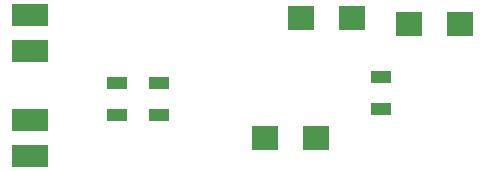
<source format=gbp>
%FSTAX23Y23*%
%MOIN*%
%SFA1B1*%

%IPPOS*%
%ADD31R,0.089764X0.083464*%
%ADD32R,0.120000X0.075000*%
%ADD33R,0.066929X0.043307*%
%LNpcb1-1*%
%LPD*%
G54D31*
X01814Y0053D03*
X01985D03*
X01625Y0055D03*
X01454D03*
X01505Y0015D03*
X01334D03*
G54D32*
X0055Y0021D03*
Y0009D03*
X0055Y0044D03*
Y0056D03*
G54D33*
X0172Y00246D03*
Y00353D03*
X0084Y00333D03*
Y00226D03*
X0098Y00333D03*
Y00226D03*
M02*
</source>
